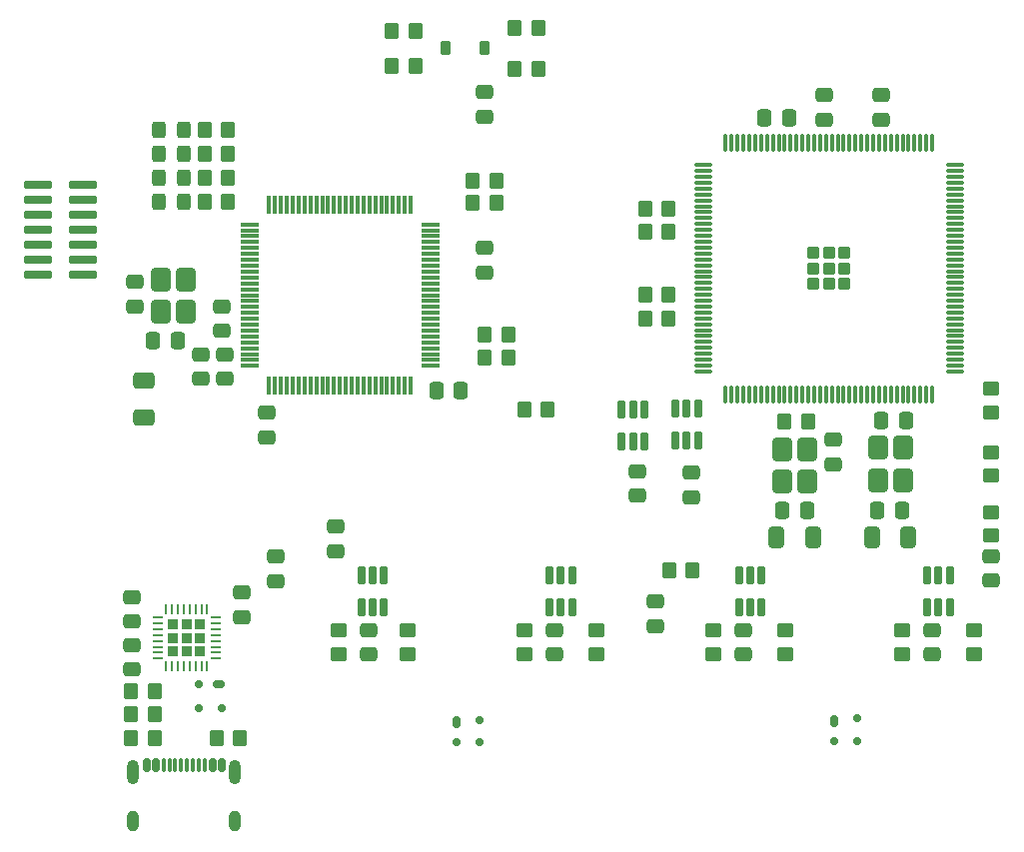
<source format=gtp>
G04 #@! TF.GenerationSoftware,KiCad,Pcbnew,9.0.5*
G04 #@! TF.CreationDate,2025-10-23T19:13:01+02:00*
G04 #@! TF.ProjectId,main-board,6d61696e-2d62-46f6-9172-642e6b696361,1.0a*
G04 #@! TF.SameCoordinates,Original*
G04 #@! TF.FileFunction,Paste,Top*
G04 #@! TF.FilePolarity,Positive*
%FSLAX46Y46*%
G04 Gerber Fmt 4.6, Leading zero omitted, Abs format (unit mm)*
G04 Created by KiCad (PCBNEW 9.0.5) date 2025-10-23 19:13:01*
%MOMM*%
%LPD*%
G01*
G04 APERTURE LIST*
G04 Aperture macros list*
%AMRoundRect*
0 Rectangle with rounded corners*
0 $1 Rounding radius*
0 $2 $3 $4 $5 $6 $7 $8 $9 X,Y pos of 4 corners*
0 Add a 4 corners polygon primitive as box body*
4,1,4,$2,$3,$4,$5,$6,$7,$8,$9,$2,$3,0*
0 Add four circle primitives for the rounded corners*
1,1,$1+$1,$2,$3*
1,1,$1+$1,$4,$5*
1,1,$1+$1,$6,$7*
1,1,$1+$1,$8,$9*
0 Add four rect primitives between the rounded corners*
20,1,$1+$1,$2,$3,$4,$5,0*
20,1,$1+$1,$4,$5,$6,$7,0*
20,1,$1+$1,$6,$7,$8,$9,0*
20,1,$1+$1,$8,$9,$2,$3,0*%
G04 Aperture macros list end*
%ADD10RoundRect,0.150000X-0.150000X-0.425000X0.150000X-0.425000X0.150000X0.425000X-0.150000X0.425000X0*%
%ADD11RoundRect,0.075000X-0.075000X-0.500000X0.075000X-0.500000X0.075000X0.500000X-0.075000X0.500000X0*%
%ADD12O,1.000000X2.100000*%
%ADD13O,1.000000X1.800000*%
%ADD14RoundRect,0.250000X0.575000X-0.725000X0.575000X0.725000X-0.575000X0.725000X-0.575000X-0.725000X0*%
%ADD15RoundRect,0.250000X-0.350000X-0.450000X0.350000X-0.450000X0.350000X0.450000X-0.350000X0.450000X0*%
%ADD16RoundRect,0.162500X-0.162500X0.617500X-0.162500X-0.617500X0.162500X-0.617500X0.162500X0.617500X0*%
%ADD17RoundRect,0.250000X-0.475000X0.337500X-0.475000X-0.337500X0.475000X-0.337500X0.475000X0.337500X0*%
%ADD18RoundRect,0.250000X0.350000X0.450000X-0.350000X0.450000X-0.350000X-0.450000X0.350000X-0.450000X0*%
%ADD19RoundRect,0.250000X0.475000X-0.337500X0.475000X0.337500X-0.475000X0.337500X-0.475000X-0.337500X0*%
%ADD20RoundRect,0.250000X-0.450000X0.350000X-0.450000X-0.350000X0.450000X-0.350000X0.450000X0.350000X0*%
%ADD21RoundRect,0.250000X0.337500X0.475000X-0.337500X0.475000X-0.337500X-0.475000X0.337500X-0.475000X0*%
%ADD22RoundRect,0.250000X-0.337500X-0.475000X0.337500X-0.475000X0.337500X0.475000X-0.337500X0.475000X0*%
%ADD23RoundRect,0.225000X0.225000X0.375000X-0.225000X0.375000X-0.225000X-0.375000X0.225000X-0.375000X0*%
%ADD24RoundRect,0.250000X-0.412500X-0.650000X0.412500X-0.650000X0.412500X0.650000X-0.412500X0.650000X0*%
%ADD25RoundRect,0.250000X-0.325000X-0.450000X0.325000X-0.450000X0.325000X0.450000X-0.325000X0.450000X0*%
%ADD26RoundRect,0.112500X1.037500X-0.262500X1.037500X0.262500X-1.037500X0.262500X-1.037500X-0.262500X0*%
%ADD27RoundRect,0.175000X-0.175000X-0.325000X0.175000X-0.325000X0.175000X0.325000X-0.175000X0.325000X0*%
%ADD28RoundRect,0.150000X-0.200000X-0.150000X0.200000X-0.150000X0.200000X0.150000X-0.200000X0.150000X0*%
%ADD29RoundRect,0.232500X0.232500X-0.232500X0.232500X0.232500X-0.232500X0.232500X-0.232500X-0.232500X0*%
%ADD30RoundRect,0.062500X0.062500X-0.375000X0.062500X0.375000X-0.062500X0.375000X-0.062500X-0.375000X0*%
%ADD31RoundRect,0.062500X0.375000X-0.062500X0.375000X0.062500X-0.375000X0.062500X-0.375000X-0.062500X0*%
%ADD32RoundRect,0.250000X0.450000X-0.350000X0.450000X0.350000X-0.450000X0.350000X-0.450000X-0.350000X0*%
%ADD33RoundRect,0.250000X0.650000X-0.412500X0.650000X0.412500X-0.650000X0.412500X-0.650000X-0.412500X0*%
%ADD34RoundRect,0.075000X-0.725000X-0.075000X0.725000X-0.075000X0.725000X0.075000X-0.725000X0.075000X0*%
%ADD35RoundRect,0.075000X-0.075000X-0.725000X0.075000X-0.725000X0.075000X0.725000X-0.075000X0.725000X0*%
%ADD36RoundRect,0.175000X-0.325000X0.175000X-0.325000X-0.175000X0.325000X-0.175000X0.325000X0.175000X0*%
%ADD37RoundRect,0.150000X-0.150000X0.200000X-0.150000X-0.200000X0.150000X-0.200000X0.150000X0.200000X0*%
%ADD38RoundRect,0.250000X0.285000X-0.285000X0.285000X0.285000X-0.285000X0.285000X-0.285000X-0.285000X0*%
%ADD39RoundRect,0.075000X0.075000X-0.662500X0.075000X0.662500X-0.075000X0.662500X-0.075000X-0.662500X0*%
%ADD40RoundRect,0.075000X0.662500X-0.075000X0.662500X0.075000X-0.662500X0.075000X-0.662500X-0.075000X0*%
G04 APERTURE END LIST*
D10*
X35196000Y-92675200D03*
X35996000Y-92675200D03*
D11*
X37146000Y-92675200D03*
X38146000Y-92675200D03*
X38646000Y-92675200D03*
X39646000Y-92675200D03*
D10*
X40796000Y-92675200D03*
X41596000Y-92675200D03*
X41596000Y-92675200D03*
X40796000Y-92675200D03*
D11*
X40146000Y-92675200D03*
X39146000Y-92675200D03*
X37646000Y-92675200D03*
X36646000Y-92675200D03*
D10*
X35996000Y-92675200D03*
X35196000Y-92675200D03*
D12*
X34076000Y-93250200D03*
D13*
X34076000Y-97430200D03*
D12*
X42716000Y-93250200D03*
D13*
X42716000Y-97430200D03*
D14*
X38582000Y-54275200D03*
X38582000Y-51525200D03*
X36382000Y-51525200D03*
X36382000Y-54275200D03*
D15*
X40122000Y-40857200D03*
X42122000Y-40857200D03*
D16*
X55346000Y-76591200D03*
X54396000Y-76591200D03*
X53446000Y-76591200D03*
X53446000Y-79291200D03*
X54396000Y-79291200D03*
X55346000Y-79291200D03*
D17*
X46202000Y-74998700D03*
X46202000Y-77073700D03*
X45440000Y-62806700D03*
X45440000Y-64881700D03*
X76783600Y-67759700D03*
X76783600Y-69834700D03*
D16*
X77393200Y-62541200D03*
X76443200Y-62541200D03*
X75493200Y-62541200D03*
X75493200Y-65241200D03*
X76443200Y-65241200D03*
X77393200Y-65241200D03*
D18*
X91271000Y-63590200D03*
X89271000Y-63590200D03*
D19*
X97510000Y-37957700D03*
X97510000Y-35882700D03*
D16*
X71282000Y-76591200D03*
X70332000Y-76591200D03*
X69382000Y-76591200D03*
X69382000Y-79291200D03*
X70332000Y-79291200D03*
X71282000Y-79291200D03*
D18*
X68411000Y-33649200D03*
X66411000Y-33649200D03*
D15*
X67206000Y-62574200D03*
X69206000Y-62574200D03*
D20*
X67284000Y-81259200D03*
X67284000Y-83259200D03*
D18*
X35899000Y-90387200D03*
X33899000Y-90387200D03*
D17*
X81381000Y-67908200D03*
X81381000Y-69983200D03*
D20*
X51536000Y-81259200D03*
X51536000Y-83259200D03*
D21*
X37841500Y-56732200D03*
X35766500Y-56732200D03*
D19*
X34010000Y-80524200D03*
X34010000Y-78449200D03*
D22*
X97488500Y-63463200D03*
X99563500Y-63463200D03*
D14*
X91244000Y-68648200D03*
X91244000Y-65898200D03*
X89044000Y-65898200D03*
X89044000Y-68648200D03*
D20*
X106781000Y-71226200D03*
X106781000Y-73226200D03*
D17*
X85826000Y-81221700D03*
X85826000Y-83296700D03*
X78333000Y-78808700D03*
X78333000Y-80883700D03*
D22*
X89106500Y-71083200D03*
X91181500Y-71083200D03*
D16*
X103286000Y-76591200D03*
X102336000Y-76591200D03*
X101386000Y-76591200D03*
X101386000Y-79291200D03*
X102336000Y-79291200D03*
X103286000Y-79291200D03*
D15*
X40122000Y-44921200D03*
X42122000Y-44921200D03*
X62855000Y-45048200D03*
X64855000Y-45048200D03*
D19*
X63855000Y-50933200D03*
X63855000Y-48858200D03*
D15*
X62839000Y-43143200D03*
X64839000Y-43143200D03*
D22*
X59769500Y-60923200D03*
X61844500Y-60923200D03*
D15*
X77460000Y-54827200D03*
X79460000Y-54827200D03*
X63871000Y-56224200D03*
X65871000Y-56224200D03*
D17*
X54076000Y-81221700D03*
X54076000Y-83296700D03*
D16*
X81950000Y-62494200D03*
X81000000Y-62494200D03*
X80050000Y-62494200D03*
X80050000Y-65194200D03*
X81000000Y-65194200D03*
X81950000Y-65194200D03*
D23*
X63853000Y-31871200D03*
X60553000Y-31871200D03*
D24*
X96671000Y-73369200D03*
X99796000Y-73369200D03*
D20*
X99288000Y-81259200D03*
X99288000Y-83259200D03*
D15*
X56013000Y-30445200D03*
X58013000Y-30445200D03*
X33915000Y-86450200D03*
X35915000Y-86450200D03*
D14*
X99372000Y-68521200D03*
X99372000Y-65771200D03*
X97172000Y-65771200D03*
X97172000Y-68521200D03*
D17*
X41630000Y-53789700D03*
X41630000Y-55864700D03*
D18*
X81508000Y-76163200D03*
X79508000Y-76163200D03*
D15*
X77476000Y-52795200D03*
X79476000Y-52795200D03*
D25*
X36287000Y-38825200D03*
X38337000Y-38825200D03*
D17*
X51282000Y-72458700D03*
X51282000Y-74533700D03*
D15*
X77476000Y-45556200D03*
X79476000Y-45556200D03*
D20*
X83286000Y-81259200D03*
X83286000Y-83259200D03*
D17*
X39852000Y-57853700D03*
X39852000Y-59928700D03*
D26*
X29819000Y-51144200D03*
X26009000Y-51144200D03*
X29819000Y-49874200D03*
X26009000Y-49874200D03*
X29819000Y-48604200D03*
X26009000Y-48604200D03*
X29819000Y-47334200D03*
X26009000Y-47334200D03*
X29819000Y-46064200D03*
X26009000Y-46064200D03*
X29819000Y-44794200D03*
X26009000Y-44794200D03*
X29819000Y-43524200D03*
X26009000Y-43524200D03*
D19*
X92684000Y-37957700D03*
X92684000Y-35882700D03*
D17*
X106781000Y-74977200D03*
X106781000Y-77052200D03*
X93446000Y-65092700D03*
X93446000Y-67167700D03*
D27*
X93478000Y-88941200D03*
D28*
X93478000Y-90641200D03*
X95478000Y-90641200D03*
X95478000Y-88741200D03*
D19*
X43281000Y-80143200D03*
X43281000Y-78068200D03*
D22*
X97129000Y-71083200D03*
X99204000Y-71083200D03*
D27*
X61474000Y-89063200D03*
D28*
X61474000Y-90763200D03*
X63474000Y-90763200D03*
X63474000Y-88863200D03*
D25*
X36287000Y-40857200D03*
X38337000Y-40857200D03*
D22*
X87582500Y-37809200D03*
X89657500Y-37809200D03*
D15*
X63871000Y-58129200D03*
X65871000Y-58129200D03*
D29*
X37460000Y-83052700D03*
X38610000Y-83052700D03*
X39760000Y-83052700D03*
X37460000Y-81902700D03*
X38610000Y-81902700D03*
X39760000Y-81902700D03*
X37460000Y-80752700D03*
X38610000Y-80752700D03*
X39760000Y-80752700D03*
D30*
X36860000Y-84340200D03*
X37360000Y-84340200D03*
X37860000Y-84340200D03*
X38360000Y-84340200D03*
X38860000Y-84340200D03*
X39360000Y-84340200D03*
X39860000Y-84340200D03*
X40360000Y-84340200D03*
D31*
X41047500Y-83652700D03*
X41047500Y-83152700D03*
X41047500Y-82652700D03*
X41047500Y-82152700D03*
X41047500Y-81652700D03*
X41047500Y-81152700D03*
X41047500Y-80652700D03*
X41047500Y-80152700D03*
D30*
X40360000Y-79465200D03*
X39860000Y-79465200D03*
X39360000Y-79465200D03*
X38860000Y-79465200D03*
X38360000Y-79465200D03*
X37860000Y-79465200D03*
X37360000Y-79465200D03*
X36860000Y-79465200D03*
D31*
X36172500Y-80152700D03*
X36172500Y-80652700D03*
X36172500Y-81152700D03*
X36172500Y-81652700D03*
X36172500Y-82152700D03*
X36172500Y-82652700D03*
X36172500Y-83152700D03*
X36172500Y-83652700D03*
D15*
X40138000Y-38825200D03*
X42138000Y-38825200D03*
D20*
X106781000Y-66162200D03*
X106781000Y-68162200D03*
D17*
X34264000Y-51736200D03*
X34264000Y-53811200D03*
D25*
X36287000Y-44921200D03*
X38337000Y-44921200D03*
D32*
X106781000Y-62796200D03*
X106781000Y-60796200D03*
D20*
X57378000Y-81259200D03*
X57378000Y-83259200D03*
D17*
X69824000Y-81221700D03*
X69824000Y-83296700D03*
D20*
X73380000Y-81259200D03*
X73380000Y-83259200D03*
D25*
X36287000Y-42889200D03*
X38337000Y-42889200D03*
D33*
X35026000Y-63247700D03*
X35026000Y-60122700D03*
D20*
X89382000Y-81259200D03*
X89382000Y-83259200D03*
D18*
X35883000Y-88355200D03*
X33883000Y-88355200D03*
D24*
X88581500Y-73369200D03*
X91706500Y-73369200D03*
D34*
X43925000Y-46850200D03*
X43925000Y-47350200D03*
X43925000Y-47850200D03*
X43925000Y-48350200D03*
X43925000Y-48850200D03*
X43925000Y-49350200D03*
X43925000Y-49850200D03*
X43925000Y-50350200D03*
X43925000Y-50850200D03*
X43925000Y-51350200D03*
X43925000Y-51850200D03*
X43925000Y-52350200D03*
X43925000Y-52850200D03*
X43925000Y-53350200D03*
X43925000Y-53850200D03*
X43925000Y-54350200D03*
X43925000Y-54850200D03*
X43925000Y-55350200D03*
X43925000Y-55850200D03*
X43925000Y-56350200D03*
X43925000Y-56850200D03*
X43925000Y-57350200D03*
X43925000Y-57850200D03*
X43925000Y-58350200D03*
X43925000Y-58850200D03*
D35*
X45600000Y-60525200D03*
X46100000Y-60525200D03*
X46600000Y-60525200D03*
X47100000Y-60525200D03*
X47600000Y-60525200D03*
X48100000Y-60525200D03*
X48600000Y-60525200D03*
X49100000Y-60525200D03*
X49600000Y-60525200D03*
X50100000Y-60525200D03*
X50600000Y-60525200D03*
X51100000Y-60525200D03*
X51600000Y-60525200D03*
X52100000Y-60525200D03*
X52600000Y-60525200D03*
X53100000Y-60525200D03*
X53600000Y-60525200D03*
X54100000Y-60525200D03*
X54600000Y-60525200D03*
X55100000Y-60525200D03*
X55600000Y-60525200D03*
X56100000Y-60525200D03*
X56600000Y-60525200D03*
X57100000Y-60525200D03*
X57600000Y-60525200D03*
D34*
X59275000Y-58850200D03*
X59275000Y-58350200D03*
X59275000Y-57850200D03*
X59275000Y-57350200D03*
X59275000Y-56850200D03*
X59275000Y-56350200D03*
X59275000Y-55850200D03*
X59275000Y-55350200D03*
X59275000Y-54850200D03*
X59275000Y-54350200D03*
X59275000Y-53850200D03*
X59275000Y-53350200D03*
X59275000Y-52850200D03*
X59275000Y-52350200D03*
X59275000Y-51850200D03*
X59275000Y-51350200D03*
X59275000Y-50850200D03*
X59275000Y-50350200D03*
X59275000Y-49850200D03*
X59275000Y-49350200D03*
X59275000Y-48850200D03*
X59275000Y-48350200D03*
X59275000Y-47850200D03*
X59275000Y-47350200D03*
X59275000Y-46850200D03*
D35*
X57600000Y-45175200D03*
X57100000Y-45175200D03*
X56600000Y-45175200D03*
X56100000Y-45175200D03*
X55600000Y-45175200D03*
X55100000Y-45175200D03*
X54600000Y-45175200D03*
X54100000Y-45175200D03*
X53600000Y-45175200D03*
X53100000Y-45175200D03*
X52600000Y-45175200D03*
X52100000Y-45175200D03*
X51600000Y-45175200D03*
X51100000Y-45175200D03*
X50600000Y-45175200D03*
X50100000Y-45175200D03*
X49600000Y-45175200D03*
X49100000Y-45175200D03*
X48600000Y-45175200D03*
X48100000Y-45175200D03*
X47600000Y-45175200D03*
X47100000Y-45175200D03*
X46600000Y-45175200D03*
X46100000Y-45175200D03*
X45600000Y-45175200D03*
D36*
X41364000Y-85831200D03*
D37*
X39664000Y-85831200D03*
X39664000Y-87831200D03*
X41564000Y-87831200D03*
D15*
X77476000Y-47461200D03*
X79476000Y-47461200D03*
D17*
X34010000Y-82491700D03*
X34010000Y-84566700D03*
D15*
X41138000Y-90387200D03*
X43138000Y-90387200D03*
D17*
X63855000Y-35650200D03*
X63855000Y-37725200D03*
D18*
X68411000Y-30220200D03*
X66411000Y-30220200D03*
D17*
X41884000Y-57853700D03*
X41884000Y-59928700D03*
D15*
X40138000Y-42889200D03*
X42138000Y-42889200D03*
X56013000Y-33395200D03*
X58013000Y-33395200D03*
D20*
X105384000Y-81259200D03*
X105384000Y-83259200D03*
D38*
X91711000Y-51899200D03*
X93041000Y-51899200D03*
X94371000Y-51899200D03*
X91711000Y-50569200D03*
X93041000Y-50569200D03*
X94371000Y-50569200D03*
X91711000Y-49239200D03*
X93041000Y-49239200D03*
X94371000Y-49239200D03*
D39*
X84291000Y-61231700D03*
X84791000Y-61231700D03*
X85291000Y-61231700D03*
X85791000Y-61231700D03*
X86291000Y-61231700D03*
X86791000Y-61231700D03*
X87291000Y-61231700D03*
X87791000Y-61231700D03*
X88291000Y-61231700D03*
X88791000Y-61231700D03*
X89291000Y-61231700D03*
X89791000Y-61231700D03*
X90291000Y-61231700D03*
X90791000Y-61231700D03*
X91291000Y-61231700D03*
X91791000Y-61231700D03*
X92291000Y-61231700D03*
X92791000Y-61231700D03*
X93291000Y-61231700D03*
X93791000Y-61231700D03*
X94291000Y-61231700D03*
X94791000Y-61231700D03*
X95291000Y-61231700D03*
X95791000Y-61231700D03*
X96291000Y-61231700D03*
X96791000Y-61231700D03*
X97291000Y-61231700D03*
X97791000Y-61231700D03*
X98291000Y-61231700D03*
X98791000Y-61231700D03*
X99291000Y-61231700D03*
X99791000Y-61231700D03*
X100291000Y-61231700D03*
X100791000Y-61231700D03*
X101291000Y-61231700D03*
X101791000Y-61231700D03*
D40*
X103703500Y-59319200D03*
X103703500Y-58819200D03*
X103703500Y-58319200D03*
X103703500Y-57819200D03*
X103703500Y-57319200D03*
X103703500Y-56819200D03*
X103703500Y-56319200D03*
X103703500Y-55819200D03*
X103703500Y-55319200D03*
X103703500Y-54819200D03*
X103703500Y-54319200D03*
X103703500Y-53819200D03*
X103703500Y-53319200D03*
X103703500Y-52819200D03*
X103703500Y-52319200D03*
X103703500Y-51819200D03*
X103703500Y-51319200D03*
X103703500Y-50819200D03*
X103703500Y-50319200D03*
X103703500Y-49819200D03*
X103703500Y-49319200D03*
X103703500Y-48819200D03*
X103703500Y-48319200D03*
X103703500Y-47819200D03*
X103703500Y-47319200D03*
X103703500Y-46819200D03*
X103703500Y-46319200D03*
X103703500Y-45819200D03*
X103703500Y-45319200D03*
X103703500Y-44819200D03*
X103703500Y-44319200D03*
X103703500Y-43819200D03*
X103703500Y-43319200D03*
X103703500Y-42819200D03*
X103703500Y-42319200D03*
X103703500Y-41819200D03*
D39*
X101791000Y-39906700D03*
X101291000Y-39906700D03*
X100791000Y-39906700D03*
X100291000Y-39906700D03*
X99791000Y-39906700D03*
X99291000Y-39906700D03*
X98791000Y-39906700D03*
X98291000Y-39906700D03*
X97791000Y-39906700D03*
X97291000Y-39906700D03*
X96791000Y-39906700D03*
X96291000Y-39906700D03*
X95791000Y-39906700D03*
X95291000Y-39906700D03*
X94791000Y-39906700D03*
X94291000Y-39906700D03*
X93791000Y-39906700D03*
X93291000Y-39906700D03*
X92791000Y-39906700D03*
X92291000Y-39906700D03*
X91791000Y-39906700D03*
X91291000Y-39906700D03*
X90791000Y-39906700D03*
X90291000Y-39906700D03*
X89791000Y-39906700D03*
X89291000Y-39906700D03*
X88791000Y-39906700D03*
X88291000Y-39906700D03*
X87791000Y-39906700D03*
X87291000Y-39906700D03*
X86791000Y-39906700D03*
X86291000Y-39906700D03*
X85791000Y-39906700D03*
X85291000Y-39906700D03*
X84791000Y-39906700D03*
X84291000Y-39906700D03*
D40*
X82378500Y-41819200D03*
X82378500Y-42319200D03*
X82378500Y-42819200D03*
X82378500Y-43319200D03*
X82378500Y-43819200D03*
X82378500Y-44319200D03*
X82378500Y-44819200D03*
X82378500Y-45319200D03*
X82378500Y-45819200D03*
X82378500Y-46319200D03*
X82378500Y-46819200D03*
X82378500Y-47319200D03*
X82378500Y-47819200D03*
X82378500Y-48319200D03*
X82378500Y-48819200D03*
X82378500Y-49319200D03*
X82378500Y-49819200D03*
X82378500Y-50319200D03*
X82378500Y-50819200D03*
X82378500Y-51319200D03*
X82378500Y-51819200D03*
X82378500Y-52319200D03*
X82378500Y-52819200D03*
X82378500Y-53319200D03*
X82378500Y-53819200D03*
X82378500Y-54319200D03*
X82378500Y-54819200D03*
X82378500Y-55319200D03*
X82378500Y-55819200D03*
X82378500Y-56319200D03*
X82378500Y-56819200D03*
X82378500Y-57319200D03*
X82378500Y-57819200D03*
X82378500Y-58319200D03*
X82378500Y-58819200D03*
X82378500Y-59319200D03*
D17*
X101828000Y-81243200D03*
X101828000Y-83318200D03*
D16*
X87350000Y-76591200D03*
X86400000Y-76591200D03*
X85450000Y-76591200D03*
X85450000Y-79291200D03*
X86400000Y-79291200D03*
X87350000Y-79291200D03*
M02*

</source>
